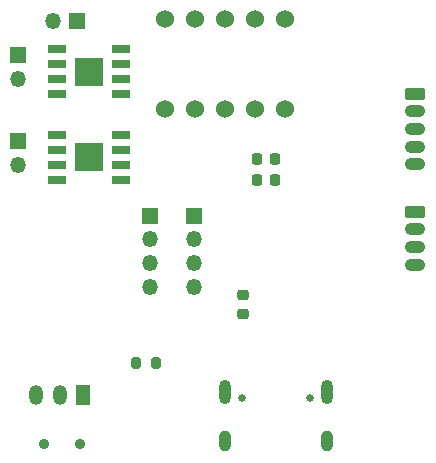
<source format=gbs>
%TF.GenerationSoftware,KiCad,Pcbnew,(6.0.4)*%
%TF.CreationDate,2022-12-06T01:10:28+09:00*%
%TF.ProjectId,prometheus-em,70726f6d-6574-4686-9575-732d656d2e6b,rev?*%
%TF.SameCoordinates,Original*%
%TF.FileFunction,Soldermask,Bot*%
%TF.FilePolarity,Negative*%
%FSLAX46Y46*%
G04 Gerber Fmt 4.6, Leading zero omitted, Abs format (unit mm)*
G04 Created by KiCad (PCBNEW (6.0.4)) date 2022-12-06 01:10:28*
%MOMM*%
%LPD*%
G01*
G04 APERTURE LIST*
G04 Aperture macros list*
%AMRoundRect*
0 Rectangle with rounded corners*
0 $1 Rounding radius*
0 $2 $3 $4 $5 $6 $7 $8 $9 X,Y pos of 4 corners*
0 Add a 4 corners polygon primitive as box body*
4,1,4,$2,$3,$4,$5,$6,$7,$8,$9,$2,$3,0*
0 Add four circle primitives for the rounded corners*
1,1,$1+$1,$2,$3*
1,1,$1+$1,$4,$5*
1,1,$1+$1,$6,$7*
1,1,$1+$1,$8,$9*
0 Add four rect primitives between the rounded corners*
20,1,$1+$1,$2,$3,$4,$5,0*
20,1,$1+$1,$4,$5,$6,$7,0*
20,1,$1+$1,$6,$7,$8,$9,0*
20,1,$1+$1,$8,$9,$2,$3,0*%
G04 Aperture macros list end*
%ADD10R,1.350000X1.350000*%
%ADD11O,1.350000X1.350000*%
%ADD12RoundRect,0.250000X-0.615000X0.265000X-0.615000X-0.265000X0.615000X-0.265000X0.615000X0.265000X0*%
%ADD13O,1.730000X1.030000*%
%ADD14C,0.650000*%
%ADD15O,1.000000X1.800000*%
%ADD16O,1.000000X2.100000*%
%ADD17C,1.524000*%
%ADD18C,0.900000*%
%ADD19RoundRect,0.225000X-0.250000X0.225000X-0.250000X-0.225000X0.250000X-0.225000X0.250000X0.225000X0*%
%ADD20R,1.200000X1.700000*%
%ADD21O,1.200000X1.700000*%
%ADD22RoundRect,0.225000X0.225000X0.250000X-0.225000X0.250000X-0.225000X-0.250000X0.225000X-0.250000X0*%
%ADD23RoundRect,0.200000X-0.200000X-0.275000X0.200000X-0.275000X0.200000X0.275000X-0.200000X0.275000X0*%
%ADD24R,1.525000X0.650000*%
%ADD25R,2.390000X2.390000*%
G04 APERTURE END LIST*
D10*
%TO.C,J8*%
X44434000Y-37719000D03*
D11*
X42434000Y-37719000D03*
%TD*%
D12*
%TO.C,J4*%
X73094000Y-43887000D03*
D13*
X73094000Y-45387000D03*
X73094000Y-46887000D03*
X73094000Y-48387000D03*
X73094000Y-49887000D03*
%TD*%
D10*
%TO.C,J3*%
X54356000Y-54226200D03*
D11*
X54356000Y-56226200D03*
X54356000Y-58226200D03*
X54356000Y-60226200D03*
%TD*%
D10*
%TO.C,J1*%
X50622200Y-54226200D03*
D11*
X50622200Y-56226200D03*
X50622200Y-58226200D03*
X50622200Y-60226200D03*
%TD*%
D12*
%TO.C,J2*%
X73094000Y-53884000D03*
D13*
X73094000Y-55384000D03*
X73094000Y-56884000D03*
X73094000Y-58384000D03*
%TD*%
D14*
%TO.C,U1*%
X64231000Y-69649000D03*
X58451000Y-69649000D03*
D15*
X65661000Y-73329000D03*
D16*
X57021000Y-69149000D03*
D15*
X57021000Y-73329000D03*
D16*
X65661000Y-69149000D03*
%TD*%
D17*
%TO.C,U2*%
X51896000Y-45229000D03*
X54436000Y-45229000D03*
X56976000Y-45229000D03*
X59516000Y-45229000D03*
X62056000Y-45229000D03*
X62056000Y-37609000D03*
X59516000Y-37609000D03*
X56976000Y-37609000D03*
X54436000Y-37609000D03*
X51896000Y-37609000D03*
%TD*%
D18*
%TO.C,S3*%
X44706800Y-73533000D03*
X41706800Y-73533000D03*
%TD*%
D19*
%TO.C,C10*%
X58547000Y-60960000D03*
X58547000Y-62510000D03*
%TD*%
D10*
%TO.C,J5*%
X39497000Y-47895000D03*
D11*
X39497000Y-49895000D03*
%TD*%
D20*
%TO.C,J7*%
X45000000Y-69381200D03*
D21*
X43000000Y-69381200D03*
X41000000Y-69381200D03*
%TD*%
D22*
%TO.C,C6*%
X61227000Y-51181000D03*
X59677000Y-51181000D03*
%TD*%
D23*
%TO.C,R17*%
X49467000Y-66675000D03*
X51117000Y-66675000D03*
%TD*%
D24*
%TO.C,IC4*%
X48178000Y-47371000D03*
X48178000Y-48641000D03*
X48178000Y-49911000D03*
X48178000Y-51181000D03*
X42754000Y-51181000D03*
X42754000Y-49911000D03*
X42754000Y-48641000D03*
X42754000Y-47371000D03*
D25*
X45466000Y-49276000D03*
%TD*%
D22*
%TO.C,C5*%
X61227000Y-49403000D03*
X59677000Y-49403000D03*
%TD*%
D24*
%TO.C,IC5*%
X48178000Y-40132000D03*
X48178000Y-41402000D03*
X48178000Y-42672000D03*
X48178000Y-43942000D03*
X42754000Y-43942000D03*
X42754000Y-42672000D03*
X42754000Y-41402000D03*
X42754000Y-40132000D03*
D25*
X45466000Y-42037000D03*
%TD*%
D10*
%TO.C,J6*%
X39497000Y-40656000D03*
D11*
X39497000Y-42656000D03*
%TD*%
M02*

</source>
